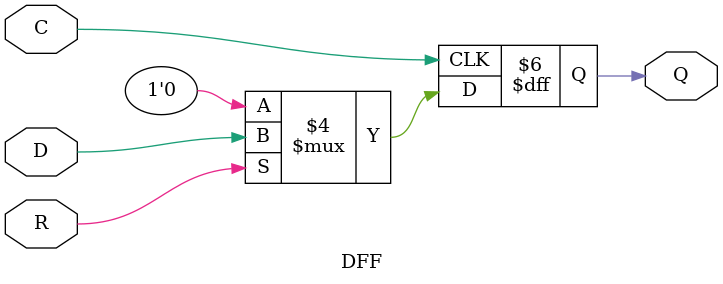
<source format=v>
module DFF (output reg Q, input C, D, R);
	always @(posedge C)
		if (~R) begin
			Q <= 1'b0;
		end else begin
			Q <= D;
		end
endmodule

</source>
